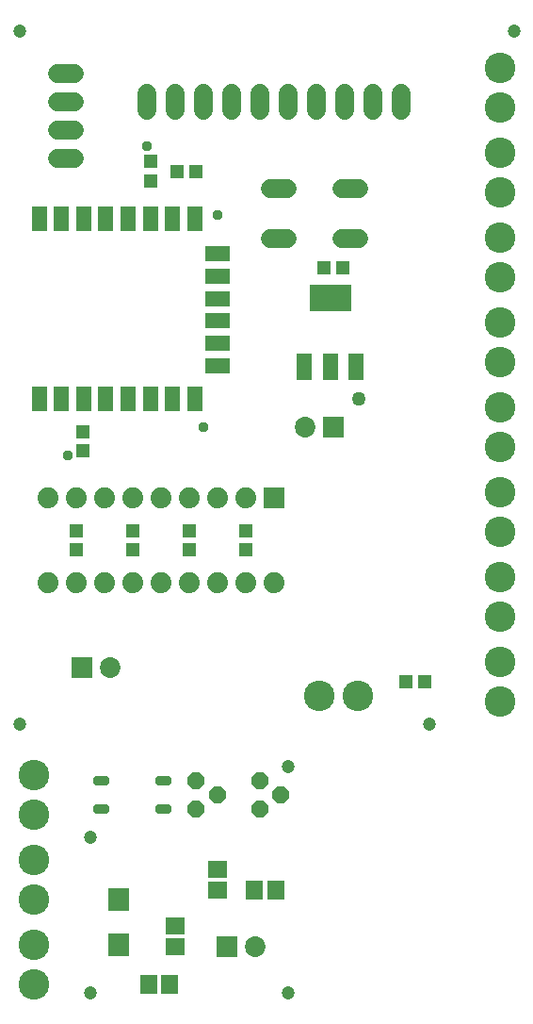
<source format=gbr>
G04 EAGLE Gerber RS-274X export*
G75*
%MOMM*%
%FSLAX34Y34*%
%LPD*%
%INSoldermask Top*%
%IPPOS*%
%AMOC8*
5,1,8,0,0,1.08239X$1,22.5*%
G01*
%ADD10C,1.203200*%
%ADD11R,1.303200X1.203200*%
%ADD12R,1.403200X2.203200*%
%ADD13R,2.203200X1.403200*%
%ADD14R,1.203200X1.303200*%
%ADD15C,2.743200*%
%ADD16C,1.727200*%
%ADD17R,1.422200X2.438200*%
%ADD18R,3.803200X2.403200*%
%ADD19C,1.854200*%
%ADD20R,1.854200X1.854200*%
%ADD21R,1.879600X1.879600*%
%ADD22C,1.879600*%
%ADD23C,0.519681*%
%ADD24R,1.503200X1.703200*%
%ADD25P,1.649562X8X292.500000*%
%ADD26R,1.703200X1.503200*%
%ADD27R,1.903200X2.003200*%
%ADD28C,0.959600*%
%ADD29C,1.259600*%


D10*
X-25400Y698500D03*
X419100Y698500D03*
X-25400Y76200D03*
X342900Y76200D03*
X215900Y-165100D03*
X38100Y-25400D03*
X38100Y-165100D03*
X215900Y38100D03*
D11*
X31750Y321700D03*
X31750Y338700D03*
D12*
X132400Y368300D03*
X112400Y368300D03*
X92400Y368300D03*
X72400Y368300D03*
X52400Y368300D03*
X32400Y368300D03*
X12400Y368300D03*
X-7600Y368300D03*
X132400Y530300D03*
X112400Y530300D03*
X92400Y530300D03*
X72400Y530300D03*
X52400Y530300D03*
X32400Y530300D03*
X12400Y530300D03*
X-7600Y530300D03*
D13*
X152400Y478300D03*
X152400Y398300D03*
X152400Y418300D03*
X152400Y498300D03*
X152400Y438300D03*
X152400Y458300D03*
D14*
X115960Y572770D03*
X132960Y572770D03*
D11*
X92710Y581270D03*
X92710Y564270D03*
D14*
X248040Y486410D03*
X265040Y486410D03*
D15*
X244120Y101600D03*
X279120Y101600D03*
D16*
X215138Y557276D02*
X199898Y557276D01*
X199898Y512064D02*
X215138Y512064D01*
X264922Y557276D02*
X280162Y557276D01*
X280162Y512064D02*
X264922Y512064D01*
X24130Y660400D02*
X8890Y660400D01*
X8890Y635000D02*
X24130Y635000D01*
X24130Y609600D02*
X8890Y609600D01*
X8890Y584200D02*
X24130Y584200D01*
D17*
X230890Y397000D03*
X254000Y397000D03*
X277110Y397000D03*
D18*
X254000Y458980D03*
D19*
X55880Y127000D03*
D20*
X30480Y127000D03*
D19*
X231140Y342900D03*
D20*
X256540Y342900D03*
D15*
X406400Y401600D03*
X406400Y436600D03*
X406400Y360400D03*
X406400Y325400D03*
X406400Y630200D03*
X406400Y665200D03*
X406400Y589000D03*
X406400Y554000D03*
X406400Y131800D03*
X406400Y96800D03*
X406400Y284200D03*
X406400Y249200D03*
X406400Y208000D03*
X406400Y173000D03*
X406400Y477800D03*
X406400Y512800D03*
D21*
X203200Y279400D03*
D22*
X177800Y279400D03*
X152400Y279400D03*
X127000Y279400D03*
X101600Y279400D03*
X76200Y279400D03*
X50800Y279400D03*
X25400Y279400D03*
X0Y279400D03*
X0Y203200D03*
X25400Y203200D03*
X50800Y203200D03*
X76200Y203200D03*
X101600Y203200D03*
X127000Y203200D03*
X152400Y203200D03*
X177800Y203200D03*
X203200Y203200D03*
D16*
X88900Y627380D02*
X88900Y642620D01*
X114300Y642620D02*
X114300Y627380D01*
X139700Y627380D02*
X139700Y642620D01*
X165100Y642620D02*
X165100Y627380D01*
X190500Y627380D02*
X190500Y642620D01*
X215900Y642620D02*
X215900Y627380D01*
X241300Y627380D02*
X241300Y642620D01*
X266700Y642620D02*
X266700Y627380D01*
X292100Y627380D02*
X292100Y642620D01*
X317500Y642620D02*
X317500Y627380D01*
D23*
X53028Y1593D02*
X43492Y1593D01*
X53028Y1593D02*
X53028Y-1593D01*
X43492Y-1593D01*
X43492Y1593D01*
X43492Y26993D02*
X53028Y26993D01*
X53028Y23807D01*
X43492Y23807D01*
X43492Y26993D01*
X99372Y26993D02*
X108908Y26993D01*
X108908Y23807D01*
X99372Y23807D01*
X99372Y26993D01*
X99372Y1593D02*
X108908Y1593D01*
X108908Y-1593D01*
X99372Y-1593D01*
X99372Y1593D01*
D24*
X90830Y-157480D03*
X109830Y-157480D03*
D25*
X190500Y25400D03*
X209550Y12700D03*
X190500Y0D03*
X133350Y25400D03*
X152400Y12700D03*
X133350Y0D03*
D26*
X152400Y-73000D03*
X152400Y-54000D03*
D24*
X186080Y-72390D03*
X205080Y-72390D03*
D26*
X114300Y-104800D03*
X114300Y-123800D03*
D15*
X-12700Y-4800D03*
X-12700Y30200D03*
X-12700Y-81000D03*
X-12700Y-46000D03*
X-12700Y-157200D03*
X-12700Y-122200D03*
D20*
X161490Y-123190D03*
D19*
X186490Y-123190D03*
D27*
X63500Y-122100D03*
X63500Y-81100D03*
D11*
X25400Y249800D03*
X25400Y232800D03*
X76200Y249800D03*
X76200Y232800D03*
X127000Y249800D03*
X127000Y232800D03*
X177800Y249800D03*
X177800Y232800D03*
D14*
X321700Y114300D03*
X338700Y114300D03*
D28*
X152400Y533400D03*
D29*
X279400Y368300D03*
D28*
X88900Y595630D03*
X17780Y317500D03*
X139700Y342900D03*
M02*

</source>
